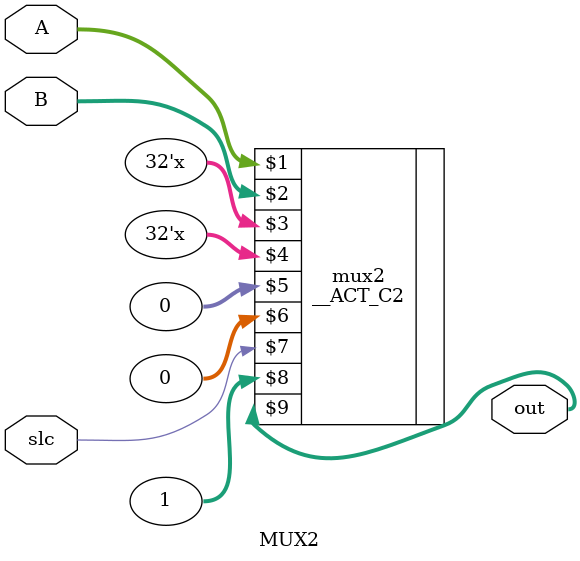
<source format=v>
module MUX2 #(parameter XLEN = 5) (
    input [XLEN - 1 : 0] A, B,
    input slc,

    output [XLEN - 1 : 0] out
);

    __ACT_C2 #(XLEN) mux2(A, B, 'bz, 'bz, 0, 0, slc, 1, out);

endmodule
</source>
